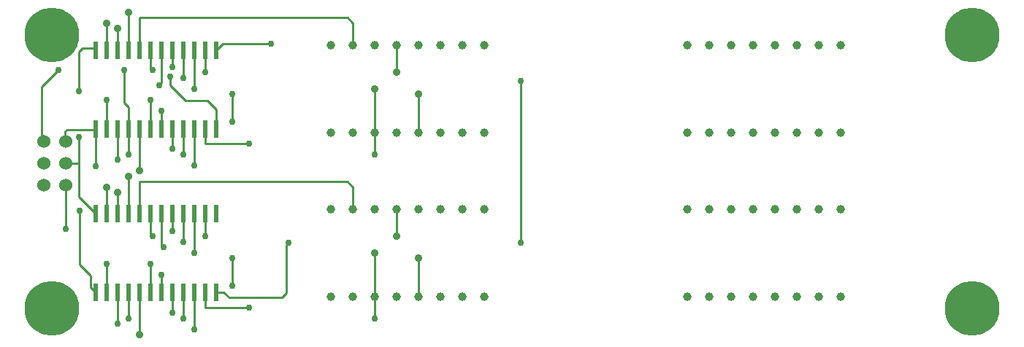
<source format=gbl>
G04 start of page 3 for group 5 idx 5 *
G04 Title: (unknown), bottom *
G04 Creator: pcb 1.99z *
G04 CreationDate: Tue 11 Mar 2014 08:59:09 PM GMT UTC *
G04 For: jpuls *
G04 Format: Gerber/RS-274X *
G04 PCB-Dimensions (mil): 4500.00 1560.00 *
G04 PCB-Coordinate-Origin: lower left *
%MOIN*%
%FSLAX25Y25*%
%LNBOTTOM*%
%ADD32C,0.0350*%
%ADD31C,0.0197*%
%ADD30C,0.1250*%
%ADD29C,0.0200*%
%ADD28C,0.0360*%
%ADD27C,0.2500*%
%ADD26C,0.0300*%
%ADD25R,0.0200X0.0200*%
%ADD24C,0.0600*%
%ADD23C,0.0394*%
%ADD22C,0.0100*%
G54D22*X34000Y135000D02*X35000Y134000D01*
X29000Y135000D02*X34000D01*
X27500Y133500D02*X29000Y135000D01*
X27400Y114500D02*Y133400D01*
X27900Y133900D01*
X10400Y108400D02*Y117400D01*
Y110500D02*Y93200D01*
X11300Y92300D01*
X10400Y117400D02*X18000Y125000D01*
X35100Y97900D02*X22100D01*
X21200Y97000D01*
Y92400D01*
X21300Y92300D01*
X86000Y111000D02*X76000D01*
X90000Y107000D02*X86000Y111000D01*
X90000Y98000D02*Y107000D01*
X45000Y144000D02*Y134000D01*
X55000Y149000D02*Y134000D01*
X50000Y151500D02*Y134000D01*
X97500Y101500D02*Y114000D01*
X85000Y134000D02*Y124000D01*
X172500Y136500D02*Y124000D01*
X93000Y137000D02*X90000Y134000D01*
X115000Y137000D02*X93000D01*
X150000Y149000D02*X55000D01*
X152500Y146500D02*X150000Y149000D01*
X152500Y136500D02*Y146500D01*
X48000Y125000D02*Y110000D01*
X60000Y111500D02*Y98000D01*
X40000Y146500D02*Y134000D01*
X48000Y110000D02*X50000Y108000D01*
X65000Y106500D02*Y98000D01*
X40000Y111500D02*Y98000D01*
X34900Y98100D02*X35000Y98000D01*
X69000Y118000D02*Y122000D01*
X64000Y118000D02*X65000Y119000D01*
X76000Y111000D02*X69000Y118000D01*
X49900Y108100D02*Y98100D01*
X50000Y98000D01*
X60000Y126000D02*Y135000D01*
X61000Y125000D02*X60000Y126000D01*
X65000Y119000D02*Y135000D01*
X75000Y134000D02*Y121500D01*
X70000Y126500D02*Y134000D01*
X80000Y116500D02*Y134000D01*
X122000Y23000D02*Y45000D01*
X120000Y21000D02*X122000Y23000D01*
X96000Y21000D02*X120000D01*
X93500Y23500D02*X96000Y21000D01*
X97500Y26500D02*Y39000D01*
X90000Y23500D02*X93500D01*
X85000Y16500D02*Y23000D01*
X105000Y16500D02*X85000D01*
X75000Y11500D02*Y23000D01*
X70000Y14000D02*Y23000D01*
X80000Y6500D02*Y23000D01*
X61000Y49000D02*X60000Y50000D01*
X122000Y45000D02*X123000Y46000D01*
X85000Y59000D02*Y49000D01*
X162500Y41500D02*Y11500D01*
X182500Y39000D02*Y21500D01*
X150000Y74000D02*X55000D01*
X229000Y46000D02*Y120000D01*
X172500Y61500D02*Y49000D01*
X152500Y71500D02*X150000Y74000D01*
X152500Y61500D02*Y71500D01*
X162500Y116500D02*Y86500D01*
X182500Y114000D02*Y96500D01*
X75000Y86500D02*Y98000D01*
X70000Y89000D02*Y98000D01*
X80000Y81500D02*Y98000D01*
X55000Y79000D02*Y98000D01*
X85000Y91500D02*Y98000D01*
X105000Y91500D02*X85000D01*
X60000Y50000D02*Y61000D01*
X65000Y45000D02*Y60000D01*
X66000Y44000D02*X65000Y45000D01*
X60000Y36500D02*Y23000D01*
X65000Y31500D02*Y23000D01*
X50000Y23500D02*Y11500D01*
X45000Y9000D02*Y23000D01*
X40000Y36500D02*Y23000D01*
X55000Y4000D02*Y23000D01*
X75000Y59000D02*Y46500D01*
X80000Y41500D02*Y59000D01*
X70000Y51500D02*Y59000D01*
X45000Y69000D02*Y59000D01*
X40000Y71500D02*Y59000D01*
X55000Y74000D02*Y59000D01*
X50000Y76500D02*Y59000D01*
Y86500D02*Y98000D01*
X45000Y84000D02*Y98000D01*
X27400Y94500D02*Y67100D01*
X35000Y98000D02*Y81100D01*
X27400Y67100D02*X35000Y59500D01*
X27700Y60900D02*Y36100D01*
X32600Y31200D01*
Y25900D01*
X35000Y23500D01*
X21300Y82300D02*X27400D01*
X21500Y52400D02*Y72100D01*
X21300Y72300D01*
G54D23*X305000Y96500D03*
X315000D03*
X325000D03*
X335000D03*
X345000D03*
X355000D03*
X375000Y136500D03*
X365000D03*
X355000D03*
X345000D03*
X335000D03*
X325000D03*
X315000D03*
X305000D03*
X172500Y96500D03*
X182500D03*
X192500D03*
X202500D03*
X142500D03*
X152500D03*
X162500D03*
X212500Y136500D03*
X202500D03*
X192500D03*
X182500D03*
X172500D03*
X162500D03*
X152500D03*
X142500D03*
Y21500D03*
X152500D03*
X162500D03*
X172500D03*
X182500D03*
X192500D03*
X202500D03*
X212500D03*
Y96500D03*
Y61500D03*
X202500D03*
X192500D03*
X182500D03*
X172500D03*
X162500D03*
X152500D03*
X142500D03*
G54D24*X21300Y92300D03*
Y82300D03*
Y72300D03*
X11300Y92300D03*
Y82300D03*
Y72300D03*
G54D23*X305000Y21500D03*
X315000D03*
X325000D03*
X335000D03*
X345000D03*
X355000D03*
X365000D03*
X375000D03*
X365000Y96500D03*
Y61500D03*
X375000Y96500D03*
Y61500D03*
X355000D03*
X345000D03*
X335000D03*
X325000D03*
X315000D03*
X305000D03*
G54D25*X35000Y62500D02*Y56500D01*
X40000Y62500D02*Y56500D01*
X90000Y101000D02*Y95000D01*
X85000Y101000D02*Y95000D01*
X80000Y101000D02*Y95000D01*
X75000Y101000D02*Y95000D01*
X70000Y101000D02*Y95000D01*
X65000Y101000D02*Y95000D01*
X60000Y101000D02*Y95000D01*
X55000Y101000D02*Y95000D01*
X50000Y101000D02*Y95000D01*
X45000Y101000D02*Y95000D01*
X40000Y101000D02*Y95000D01*
X35000Y101000D02*Y95000D01*
Y137000D02*Y131000D01*
X40000Y137000D02*Y131000D01*
X45000Y137000D02*Y131000D01*
X50000Y137000D02*Y131000D01*
X55000Y137000D02*Y131000D01*
X60000Y137000D02*Y131000D01*
X65000Y137000D02*Y131000D01*
X70000Y137000D02*Y131000D01*
X75000Y137000D02*Y131000D01*
X80000Y137000D02*Y131000D01*
X85000Y137000D02*Y131000D01*
X90000Y137000D02*Y131000D01*
Y26500D02*Y20500D01*
X85000Y26500D02*Y20500D01*
X80000Y26500D02*Y20500D01*
X75000Y26500D02*Y20500D01*
X70000Y26500D02*Y20500D01*
X65000Y26500D02*Y20500D01*
X60000Y26500D02*Y20500D01*
X55000Y26500D02*Y20500D01*
X50000Y26500D02*Y20500D01*
X45000Y26500D02*Y20500D01*
X40000Y26500D02*Y20500D01*
X35000Y26500D02*Y20500D01*
X45000Y62500D02*Y56500D01*
X50000Y62500D02*Y56500D01*
X55000Y62500D02*Y56500D01*
X60000Y62500D02*Y56500D01*
X65000Y62500D02*Y56500D01*
X70000Y62500D02*Y56500D01*
X75000Y62500D02*Y56500D01*
X80000Y62500D02*Y56500D01*
X85000Y62500D02*Y56500D01*
X90000Y62500D02*Y56500D01*
G54D26*X61000Y49000D03*
X66000Y44000D03*
X60000Y36500D03*
X65000Y31500D03*
X70000Y51500D03*
X40000Y36500D03*
X123000Y46000D03*
X85000Y49000D03*
X80000Y41500D03*
X75000Y46500D03*
G54D27*X435000Y16000D03*
X15000D03*
G54D26*X21500Y52400D03*
X18000Y125000D03*
X48000D03*
X40000Y111500D03*
X27400Y94500D03*
Y115300D03*
G54D28*X45000Y144000D03*
X40000Y146500D03*
X50000Y151500D03*
G54D27*X15000Y141000D03*
G54D26*X229000Y120000D03*
Y46000D03*
X162500Y11500D03*
G54D28*Y41500D03*
X182500Y39000D03*
X172500Y49000D03*
G54D26*X162500Y86500D03*
G54D28*Y116500D03*
X182500Y114000D03*
X172500Y124000D03*
G54D26*X97500Y39000D03*
Y26500D03*
X105000Y16500D03*
X75000Y11500D03*
X50000D03*
X45000Y9000D03*
X70000Y14000D03*
X80000Y6500D03*
G54D28*X55000Y4000D03*
X45000Y69000D03*
G54D26*X27700Y60900D03*
G54D28*X40000Y71500D03*
G54D26*X35000Y81100D03*
G54D28*X50000Y76500D03*
G54D26*Y86500D03*
X45000Y84000D03*
G54D28*X55000Y79000D03*
G54D26*X75000Y86500D03*
X105000Y91500D03*
X70000Y89000D03*
X80000Y81500D03*
X115000Y137000D03*
G54D27*X435000Y141000D03*
G54D26*X60000Y111500D03*
X65000Y106500D03*
X97500Y114000D03*
Y101500D03*
X69000Y122000D03*
X60900Y125100D03*
X64000Y118000D03*
X70000Y126500D03*
X85000Y124000D03*
X80000Y116500D03*
X75000Y121500D03*
G54D29*G54D30*G54D29*G54D30*G54D29*G54D30*G54D29*G54D31*G54D32*G54D31*M02*

</source>
